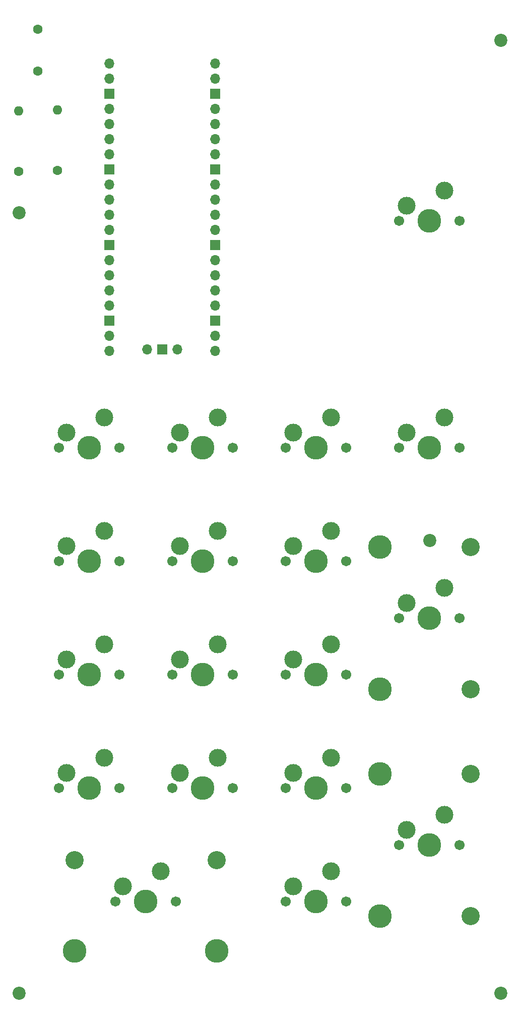
<source format=gts>
%TF.GenerationSoftware,KiCad,Pcbnew,8.0.3*%
%TF.CreationDate,2024-07-24T13:04:13+02:00*%
%TF.ProjectId,numerical,6e756d65-7269-4636-916c-2e6b69636164,rev?*%
%TF.SameCoordinates,Original*%
%TF.FileFunction,Soldermask,Top*%
%TF.FilePolarity,Negative*%
%FSLAX46Y46*%
G04 Gerber Fmt 4.6, Leading zero omitted, Abs format (unit mm)*
G04 Created by KiCad (PCBNEW 8.0.3) date 2024-07-24 13:04:13*
%MOMM*%
%LPD*%
G01*
G04 APERTURE LIST*
%ADD10C,1.701800*%
%ADD11C,3.000000*%
%ADD12C,3.987800*%
%ADD13C,3.048000*%
%ADD14C,2.200000*%
%ADD15C,1.600000*%
%ADD16O,1.600000X1.600000*%
%ADD17O,1.700000X1.700000*%
%ADD18R,1.700000X1.700000*%
G04 APERTURE END LIST*
D10*
%TO.C,S7*%
X81720000Y-127075000D03*
D11*
X82990000Y-124535000D03*
D12*
X86800000Y-127075000D03*
D11*
X89340000Y-121995000D03*
D10*
X91880000Y-127075000D03*
%TD*%
D12*
%TO.C,S10*%
X135695000Y-124662000D03*
X135695000Y-148538000D03*
D10*
X138870000Y-136600000D03*
D11*
X140140000Y-134060000D03*
D12*
X143950000Y-136600000D03*
D11*
X146490000Y-131520000D03*
D10*
X149030000Y-136600000D03*
D13*
X150935000Y-124662000D03*
X150935000Y-148538000D03*
%TD*%
D10*
%TO.C,S23*%
X119820000Y-184225000D03*
D11*
X121090000Y-181685000D03*
D12*
X124900000Y-184225000D03*
D11*
X127440000Y-179145000D03*
D10*
X129980000Y-184225000D03*
%TD*%
%TO.C,S14*%
X119820000Y-146125000D03*
D11*
X121090000Y-143585000D03*
D12*
X124900000Y-146125000D03*
D11*
X127440000Y-141045000D03*
D10*
X129980000Y-146125000D03*
%TD*%
%TO.C,S3*%
X100770000Y-108025000D03*
D11*
X102040000Y-105485000D03*
D12*
X105850000Y-108025000D03*
D11*
X108390000Y-102945000D03*
D10*
X110930000Y-108025000D03*
%TD*%
D13*
%TO.C,S22*%
X84387000Y-177240000D03*
D12*
X84387000Y-192480000D03*
D10*
X91245000Y-184225000D03*
D11*
X92515000Y-181685000D03*
D12*
X96325000Y-184225000D03*
D11*
X98865000Y-179145000D03*
D10*
X101405000Y-184225000D03*
D13*
X108263000Y-177240000D03*
D12*
X108263000Y-192480000D03*
%TD*%
D10*
%TO.C,S2*%
X81720000Y-108025000D03*
D11*
X82990000Y-105485000D03*
D12*
X86800000Y-108025000D03*
D11*
X89340000Y-102945000D03*
D10*
X91880000Y-108025000D03*
%TD*%
D14*
%TO.C,REF\u002A\u002A*%
X156015000Y-199585000D03*
%TD*%
D10*
%TO.C,S5*%
X138870000Y-108025000D03*
D11*
X140140000Y-105485000D03*
D12*
X143950000Y-108025000D03*
D11*
X146490000Y-102945000D03*
D10*
X149030000Y-108025000D03*
%TD*%
%TO.C,S8*%
X100770000Y-127075000D03*
D11*
X102040000Y-124535000D03*
D12*
X105850000Y-127075000D03*
D11*
X108390000Y-121995000D03*
D10*
X110930000Y-127075000D03*
%TD*%
%TO.C,S1*%
X138870000Y-69925000D03*
D11*
X140140000Y-67385000D03*
D12*
X143950000Y-69925000D03*
D11*
X146490000Y-64845000D03*
D10*
X149030000Y-69925000D03*
%TD*%
%TO.C,S18*%
X100770000Y-165175000D03*
D11*
X102040000Y-162635000D03*
D12*
X105850000Y-165175000D03*
D11*
X108390000Y-160095000D03*
D10*
X110930000Y-165175000D03*
%TD*%
D14*
%TO.C,REF\u002A\u002A*%
X75015000Y-68585000D03*
%TD*%
D10*
%TO.C,S19*%
X119820000Y-165175000D03*
D11*
X121090000Y-162635000D03*
D12*
X124900000Y-165175000D03*
D11*
X127440000Y-160095000D03*
D10*
X129980000Y-165175000D03*
%TD*%
D14*
%TO.C,REF\u002A\u002A*%
X75015000Y-199585000D03*
%TD*%
%TO.C,REF\u002A\u002A*%
X144015000Y-123585000D03*
%TD*%
D12*
%TO.C,S24*%
X135695000Y-162762000D03*
X135695000Y-186638000D03*
D10*
X138870000Y-174700000D03*
D11*
X140140000Y-172160000D03*
D12*
X143950000Y-174700000D03*
D11*
X146490000Y-169620000D03*
D10*
X149030000Y-174700000D03*
D13*
X150935000Y-162762000D03*
X150935000Y-186638000D03*
%TD*%
D10*
%TO.C,S17*%
X81720000Y-165175000D03*
D11*
X82990000Y-162635000D03*
D12*
X86800000Y-165175000D03*
D11*
X89340000Y-160095000D03*
D10*
X91880000Y-165175000D03*
%TD*%
%TO.C,S12*%
X81720000Y-146125000D03*
D11*
X82990000Y-143585000D03*
D12*
X86800000Y-146125000D03*
D11*
X89340000Y-141045000D03*
D10*
X91880000Y-146125000D03*
%TD*%
%TO.C,S9*%
X119820000Y-127075000D03*
D11*
X121090000Y-124535000D03*
D12*
X124900000Y-127075000D03*
D11*
X127440000Y-121995000D03*
D10*
X129980000Y-127075000D03*
%TD*%
%TO.C,S13*%
X100770000Y-146125000D03*
D11*
X102040000Y-143585000D03*
D12*
X105850000Y-146125000D03*
D11*
X108390000Y-141045000D03*
D10*
X110930000Y-146125000D03*
%TD*%
D14*
%TO.C,REF\u002A\u002A*%
X156015000Y-39585000D03*
%TD*%
D10*
%TO.C,S4*%
X119820000Y-108025000D03*
D11*
X121090000Y-105485000D03*
D12*
X124900000Y-108025000D03*
D11*
X127440000Y-102945000D03*
D10*
X129980000Y-108025000D03*
%TD*%
D15*
%TO.C,R2*%
X81525000Y-61475000D03*
D16*
X81525000Y-51315000D03*
%TD*%
D17*
%TO.C,U1*%
X107995000Y-43485000D03*
X107995000Y-46025000D03*
D18*
X107995000Y-48565000D03*
D17*
X107995000Y-51105000D03*
X107995000Y-53645000D03*
X107995000Y-56185000D03*
X107995000Y-58725000D03*
D18*
X107995000Y-61265000D03*
D17*
X107995000Y-63805000D03*
X107995000Y-66345000D03*
X107995000Y-68885000D03*
X107995000Y-71425000D03*
D18*
X107995000Y-73965000D03*
D17*
X107995000Y-76505000D03*
X107995000Y-79045000D03*
X107995000Y-81585000D03*
X107995000Y-84125000D03*
D18*
X107995000Y-86665000D03*
D17*
X107995000Y-89205000D03*
X107995000Y-91745000D03*
X90215000Y-91745000D03*
X90215000Y-89205000D03*
D18*
X90215000Y-86665000D03*
D17*
X90215000Y-84125000D03*
X90215000Y-81585000D03*
X90215000Y-79045000D03*
X90215000Y-76505000D03*
D18*
X90215000Y-73965000D03*
D17*
X90215000Y-71425000D03*
X90215000Y-68885000D03*
X90215000Y-66345000D03*
X90215000Y-63805000D03*
D18*
X90215000Y-61265000D03*
D17*
X90215000Y-58725000D03*
X90215000Y-56185000D03*
X90215000Y-53645000D03*
X90215000Y-51105000D03*
D18*
X90215000Y-48565000D03*
D17*
X90215000Y-46025000D03*
X90215000Y-43485000D03*
X101645000Y-91515000D03*
D18*
X99105000Y-91515000D03*
D17*
X96565000Y-91515000D03*
%TD*%
D15*
%TO.C,J1*%
X78215000Y-37735000D03*
X78215000Y-44735000D03*
%TD*%
%TO.C,R1*%
X74985000Y-61575000D03*
D16*
X74985000Y-51415000D03*
%TD*%
M02*

</source>
